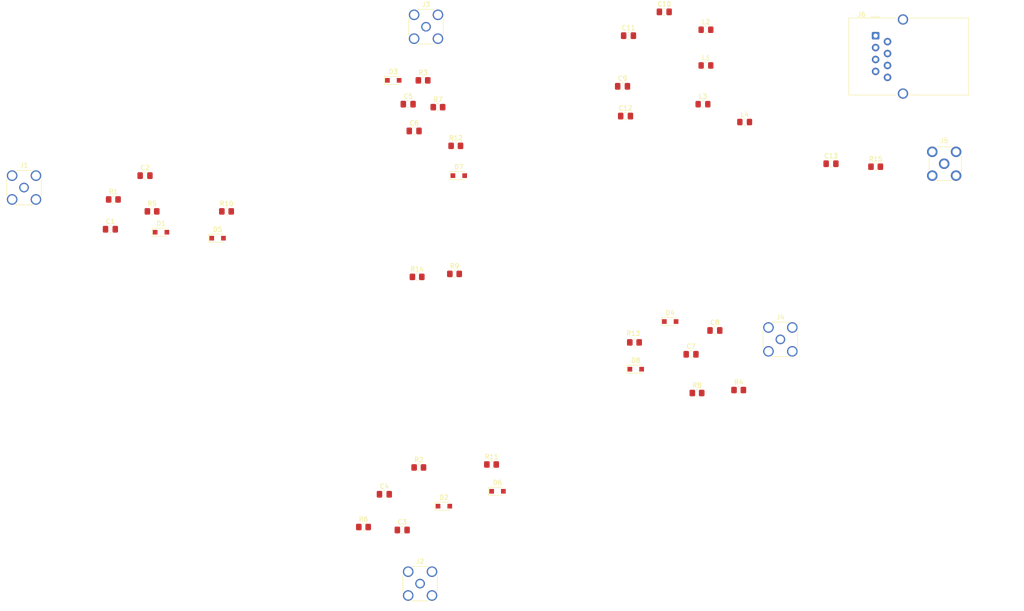
<source format=kicad_pcb>
(kicad_pcb (version 20211014) (generator pcbnew)
  (layers (0 "F.Cu" signal) (31 "B.Cu" signal) (34 "B.Paste" user) (35 "F.Paste" user) (36 "B.SilkS" user "B.Silkscreen") (37 "F.SilkS" user "F.Silkscreen") (38 "B.Mask" user) (39 "F.Mask" user) (44 "Edge.Cuts" user))
  (net 0 "")
  (net 1 "Net-(C1-Pad1)")
  (net 2 "Net-(C1-Pad2)")
  (net 3 "GND")
  (net 4 "Net-(C2-Pad2)")
  (net 5 "Net-(C3-Pad1)")
  (net 6 "Net-(C3-Pad2)")
  (net 7 "Net-(C5-Pad1)")
  (net 8 "Net-(C5-Pad2)")
  (net 9 "Net-(C7-Pad1)")
  (net 10 "Net-(C7-Pad2)")
  (net 11 "/NORTH")
  (net 12 "/SOUTH")
  (net 13 "/EAST")
  (net 14 "/WEST")
  (net 15 "Net-(C13-Pad1)")
  (net 16 "Net-(C13-Pad2)")
  (net 17 "Net-(D1-Pad2)")
  (net 18 "Net-(D2-Pad2)")
  (net 19 "Net-(D3-Pad2)")
  (net 20 "Net-(D4-Pad2)")
  (net 21 "Net-(L1-Pad1)")
  (net 22 "Net-(L2-Pad1)")
  (net 23 "Net-(L3-Pad1)")
  (net 24 "Net-(L4-Pad1)")
  (footprint "Resistor_SMD:R_0805_2012Metric_Pad1.20x1.40mm_HandSolder" (layer "F.Cu") (at 55.245 74.93)
    (fp_text reference "R5" (at 0 -1.65) (layer "F.SilkS"))
    (fp_text value "R")
    (fp_line (start -0.227064 0.735) (end 0.227064 0.735) (layer "F.SilkS") (width 0.12))
    (fp_line (start -0.227064 -0.735) (end 0.227064 -0.735) (layer "F.SilkS") (width 0.12))
    (pad "1" smd roundrect (at -1 0) (size 1.2 1.4) (layers "F.Cu" "F.Paste" "F.Mask") (roundrect_rratio 0.208333) (net 1 "Net-(C1-Pad1)"))
    (pad "2" smd roundrect (at 1 0) (size 1.2 1.4) (layers "F.Cu" "F.Paste" "F.Mask") (roundrect_rratio 0.208333) (net 4 "Net-(C2-Pad2)"))
  )
  (footprint "Connector_Coaxial:SMA_Wurth_60312002114503_Vertical" (layer "F.Cu") (at 189.23 102.235)
    (fp_text reference "J4" (at 0 -4.75) (layer "F.SilkS"))
    (fp_text value "Conn_Coaxial")
    (fp_line (start -1.8 -3.68) (end 1.8 -3.68) (layer "F.SilkS") (width 0.12))
    (fp_line (start -3.68 -1.8) (end -3.68 1.8) (layer "F.SilkS") (width 0.12))
    (fp_line (start -1.8 3.68) (end 1.8 3.68) (layer "F.SilkS") (width 0.12))
    (fp_line (start 3.68 -1.8) (end 3.68 1.8) (layer "F.SilkS") (width 0.12))
    (pad "1" thru_hole circle (at 0 0) (size 2.05 2.05) (drill 1.5) (layers *.Cu *.Mask) (net 10 "Net-(C7-Pad2)"))
    (pad "2" thru_hole circle (at -2.54 2.54) (size 2.25 2.25) (drill 1.7) (layers *.Cu *.Mask) (net 3 "GND"))
    (pad "2" thru_hole circle (at 2.54 -2.54) (size 2.25 2.25) (drill 1.7) (layers *.Cu *.Mask) (net 3 "GND"))
    (pad "2" thru_hole circle (at 2.54 2.54) (size 2.25 2.25) (drill 1.7) (layers *.Cu *.Mask) (net 3 "GND"))
    (pad "2" thru_hole circle (at -2.54 -2.54) (size 2.25 2.25) (drill 1.7) (layers *.Cu *.Mask) (net 3 "GND"))
  )
  (footprint "Resistor_SMD:R_0805_2012Metric_Pad1.20x1.40mm_HandSolder" (layer "F.Cu") (at 120.015 60.96)
    (fp_text reference "R12" (at 0 -1.65) (layer "F.SilkS"))
    (fp_text value "R")
    (fp_line (start -0.227064 -0.735) (end 0.227064 -0.735) (layer "F.SilkS") (width 0.12))
    (fp_line (start -0.227064 0.735) (end 0.227064 0.735) (layer "F.SilkS") (width 0.12))
    (pad "1" smd roundrect (at -1 0) (size 1.2 1.4) (layers "F.Cu" "F.Paste" "F.Mask") (roundrect_rratio 0.208333) (net 23 "Net-(L3-Pad1)"))
    (pad "2" smd roundrect (at 1 0) (size 1.2 1.4) (layers "F.Cu" "F.Paste" "F.Mask") (roundrect_rratio 0.208333) (net 19 "Net-(D3-Pad2)"))
  )
  (footprint "Diode_SMD:D_SOD-323_HandSoldering" (layer "F.Cu") (at 106.68 46.99)
    (fp_text reference "D3" (at 0 -1.85) (layer "F.SilkS"))
    (fp_text value "D")
    (fp_line (start -1.9 -0.85) (end 1.25 -0.85) (layer "F.SilkS") (width 0.12))
    (fp_line (start -1.9 0.85) (end 1.25 0.85) (layer "F.SilkS") (width 0.12))
    (fp_line (start -1.9 -0.85) (end -1.9 0.85) (layer "F.SilkS") (width 0.12))
    (pad "1" smd rect (at -1.25 0) (size 1 1) (layers "F.Cu" "F.Paste" "F.Mask") (net 7 "Net-(C5-Pad1)"))
    (pad "2" smd rect (at 1.25 0) (size 1 1) (layers "F.Cu" "F.Paste" "F.Mask") (net 19 "Net-(D3-Pad2)"))
  )
  (footprint "Connector_RJ:RJ45_Wuerth_7499010001A_Horizontal" (layer "F.Cu") (at 209.535 37.465)
    (fp_text reference "J6" (at -3 -4.5) (layer "F.SilkS"))
    (fp_text value "RJ45_Shielded")
    (fp_line (start -5.72 -3.765) (end -5.72 12.655) (layer "F.SilkS") (width 0.12))
    (fp_line (start -5.72 12.655) (end 4.47 12.655) (layer "F.SilkS") (width 0.12))
    (fp_line (start 4.47 -3.765) (end -5.72 -3.765) (layer "F.SilkS") (width 0.12))
    (fp_line (start 7.21 12.655) (end 19.8 12.655) (layer "F.SilkS") (width 0.12))
    (fp_line (start -1 -4) (end 1 -4) (layer "F.SilkS") (width 0.12))
    (fp_line (start 19.8 -3.765) (end 7.21 -3.765) (layer "F.SilkS") (width 0.12))
    (fp_line (start 19.8 12.655) (end 19.8 -3.765) (layer "F.SilkS") (width 0.12))
    (pad "" np_thru_hole circle (at 8.89 10.16 90) (size 3.25 3.25) (drill 3.25) (layers *.Cu *.Mask))
    (pad "" np_thru_hole circle (at 8.89 -1.27 90) (size 3.25 3.25) (drill 3.25) (layers *.Cu *.Mask))
    (pad "1" thru_hole roundrect (at 0 0 90) (size 1.6 1.6) (drill 0.9) (layers *.Cu *.Mask) (roundrect_rratio 0.155) (net 3 "GND"))
    (pad "2" thru_hole circle (at 2.54 1.27 90) (size 1.6 1.6) (drill 0.9) (layers *.Cu *.Mask) (net 14 "/WEST"))
    (pad "3" thru_hole circle (at 0 2.54 90) (size 1.6 1.6) (drill 0.9) (layers *.Cu *.Mask) (net 3 "GND"))
    (pad "4" thru_hole circle (at 2.54 3.81 90) (size 1.6 1.6) (drill 0.9) (layers *.Cu *.Mask) (net 13 "/EAST"))
    (pad "5" thru_hole circle (at 0 5.08 90) (size 1.6 1.6) (drill 0.9) (layers *.Cu *.Mask) (net 3 "GND"))
    (pad "6" thru_hole circle (at 2.54 6.35 90) (size 1.6 1.6) (drill 0.9) (layers *.Cu *.Mask) (net 12 "/SOUTH"))
    (pad "7" thru_hole circle (at 0 7.62 90) (size 1.6 1.6) (drill 0.9) (layers *.Cu *.Mask) (net 3 "GND"))
    (pad "8" thru_hole circle (at 2.54 8.89 90) (size 1.6 1.6) (drill 0.9) (layers *.Cu *.Mask) (net 11 "/NORTH"))
    (pad "SH" thru_hole circle (at 5.84 12.345 90) (size 2.2 2.2) (drill 1.6) (layers *.Cu *.Mask) (net 3 "GND"))
    (pad "SH" thru_hole circle (at 5.84 -3.455 90) (size 2.2 2.2) (drill 1.6) (layers *.Cu *.Mask) (net 3 "GND"))
  )
  (footprint "Inductor_SMD:L_0805_2012Metric_Pad1.15x1.40mm_HandSolder" (layer "F.Cu") (at 173.355 36.195)
    (fp_text reference "L2" (at 0 -1.65) (layer "F.SilkS"))
    (fp_text value "L")
    (fp_line (start -0.261252 -0.71) (end 0.261252 -0.71) (layer "F.SilkS") (width 0.12))
    (fp_line (start -0.261252 0.71) (end 0.261252 0.71) (layer "F.SilkS") (width 0.12))
    (pad "1" smd roundrect (at -1.025 0) (size 1.15 1.4) (layers "F.Cu" "F.Paste" "F.Mask") (roundrect_rratio 0.217391) (net 22 "Net-(L2-Pad1)"))
    (pad "2" smd roundrect (at 1.025 0) (size 1.15 1.4) (layers "F.Cu" "F.Paste" "F.Mask") (roundrect_rratio 0.217391) (net 12 "/SOUTH"))
  )
  (footprint "Capacitor_SMD:C_0805_2012Metric_Pad1.18x1.45mm_HandSolder" (layer "F.Cu") (at 109.855 52.07)
    (fp_text reference "C5" (at 0 -1.68) (layer "F.SilkS"))
    (fp_text value "C")
    (fp_line (start -0.261252 0.735) (end 0.261252 0.735) (layer "F.SilkS") (width 0.12))
    (fp_line (start -0.261252 -0.735) (end 0.261252 -0.735) (layer "F.SilkS") (width 0.12))
    (pad "1" smd roundrect (at -1.0375 0) (size 1.175 1.45) (layers "F.Cu" "F.Paste" "F.Mask") (roundrect_rratio 0.212766) (net 7 "Net-(C5-Pad1)"))
    (pad "2" smd roundrect (at 1.0375 0) (size 1.175 1.45) (layers "F.Cu" "F.Paste" "F.Mask") (roundrect_rratio 0.212766) (net 8 "Net-(C5-Pad2)"))
  )
  (footprint "Diode_SMD:D_SOD-323_HandSoldering" (layer "F.Cu") (at 57.15 79.375)
    (fp_text reference "D1" (at 0 -1.85) (layer "F.SilkS"))
    (fp_text value "D")
    (fp_line (start -1.9 0.85) (end 1.25 0.85) (layer "F.SilkS") (width 0.12))
    (fp_line (start -1.9 -0.85) (end -1.9 0.85) (layer "F.SilkS") (width 0.12))
    (fp_line (start -1.9 -0.85) (end 1.25 -0.85) (layer "F.SilkS") (width 0.12))
    (pad "1" smd rect (at -1.25 0) (size 1 1) (layers "F.Cu" "F.Paste" "F.Mask") (net 1 "Net-(C1-Pad1)"))
    (pad "2" smd rect (at 1.25 0) (size 1 1) (layers "F.Cu" "F.Paste" "F.Mask") (net 17 "Net-(D1-Pad2)"))
  )
  (footprint "Resistor_SMD:R_0805_2012Metric_Pad1.20x1.40mm_HandSolder" (layer "F.Cu") (at 209.55 65.405)
    (fp_text reference "R15" (at 0 -1.65) (layer "F.SilkS"))
    (fp_text value "R")
    (fp_line (start -0.227064 0.735) (end 0.227064 0.735) (layer "F.SilkS") (width 0.12))
    (fp_line (start -0.227064 -0.735) (end 0.227064 -0.735) (layer "F.SilkS") (width 0.12))
    (pad "1" smd roundrect (at -1 0) (size 1.2 1.4) (layers "F.Cu" "F.Paste" "F.Mask") (roundrect_rratio 0.208333) (net 16 "Net-(C13-Pad2)"))
    (pad "2" smd roundrect (at 1 0) (size 1.2 1.4) (layers "F.Cu" "F.Paste" "F.Mask") (roundrect_rratio 0.208333) (net 3 "GND"))
  )
  (footprint "Capacitor_SMD:C_0805_2012Metric_Pad1.18x1.45mm_HandSolder" (layer "F.Cu") (at 108.585 142.875)
    (fp_text reference "C3" (at 0 -1.68) (layer "F.SilkS"))
    (fp_text value "C")
    (fp_line (start -0.261252 0.735) (end 0.261252 0.735) (layer "F.SilkS") (width 0.12))
    (fp_line (start -0.261252 -0.735) (end 0.261252 -0.735) (layer "F.SilkS") (width 0.12))
    (pad "1" smd roundrect (at -1.0375 0) (size 1.175 1.45) (layers "F.Cu" "F.Paste" "F.Mask") (roundrect_rratio 0.212766) (net 5 "Net-(C3-Pad1)"))
    (pad "2" smd roundrect (at 1.0375 0) (size 1.175 1.45) (layers "F.Cu" "F.Paste" "F.Mask") (roundrect_rratio 0.212766) (net 6 "Net-(C3-Pad2)"))
  )
  (footprint "Diode_SMD:D_SOD-323_HandSoldering" (layer "F.Cu") (at 128.905 134.62)
    (fp_text reference "D6" (at 0 -1.85) (layer "F.SilkS"))
    (fp_text value "D")
    (fp_line (start -1.9 -0.85) (end -1.9 0.85) (layer "F.SilkS") (width 0.12))
    (fp_line (start -1.9 -0.85) (end 1.25 -0.85) (layer "F.SilkS") (width 0.12))
    (fp_line (start -1.9 0.85) (end 1.25 0.85) (layer "F.SilkS") (width 0.12))
    (pad "1" smd rect (at -1.25 0) (size 1 1) (layers "F.Cu" "F.Paste" "F.Mask") (net 15 "Net-(C13-Pad1)"))
    (pad "2" smd rect (at 1.25 0) (size 1 1) (layers "F.Cu" "F.Paste" "F.Mask") (net 18 "Net-(D2-Pad2)"))
  )
  (footprint "Resistor_SMD:R_0805_2012Metric_Pad1.20x1.40mm_HandSolder" (layer "F.Cu") (at 100.33 142.24)
    (fp_text reference "R6" (at 0 -1.65) (layer "F.SilkS"))
    (fp_text value "R")
    (fp_line (start -0.227064 -0.735) (end 0.227064 -0.735) (layer "F.SilkS") (width 0.12))
    (fp_line (start -0.227064 0.735) (end 0.227064 0.735) (layer "F.SilkS") (width 0.12))
    (pad "1" smd roundrect (at -1 0) (size 1.2 1.4) (layers "F.Cu" "F.Paste" "F.Mask") (roundrect_rratio 0.208333) (net 5 "Net-(C3-Pad1)"))
    (pad "2" smd roundrect (at 1 0) (size 1.2 1.4) (layers "F.Cu" "F.Paste" "F.Mask") (roundrect_rratio 0.208333) (net 4 "Net-(C2-Pad2)"))
  )
  (footprint "Resistor_SMD:R_0805_2012Metric_Pad1.20x1.40mm_HandSolder" (layer "F.Cu") (at 71.12 74.93)
    (fp_text reference "R10" (at 0 -1.65) (layer "F.SilkS"))
    (fp_text value "R")
    (fp_line (start -0.227064 -0.735) (end 0.227064 -0.735) (layer "F.SilkS") (width 0.12))
    (fp_line (start -0.227064 0.735) (end 0.227064 0.735) (layer "F.SilkS") (width 0.12))
    (pad "1" smd roundrect (at -1 0) (size 1.2 1.4) (layers "F.Cu" "F.Paste" "F.Mask") (roundrect_rratio 0.208333) (net 21 "Net-(L1-Pad1)"))
    (pad "2" smd roundrect (at 1 0) (size 1.2 1.4) (layers "F.Cu" "F.Paste" "F.Mask") (roundrect_rratio 0.208333) (net 17 "Net-(D1-Pad2)"))
  )
  (footprint "Capacitor_SMD:C_0805_2012Metric_Pad1.18x1.45mm_HandSolder" (layer "F.Cu") (at 156.845 37.465)
    (fp_text reference "C11" (at 0 -1.68) (layer "F.SilkS"))
    (fp_text value "C")
    (fp_line (start -0.261252 -0.735) (end 0.261252 -0.735) (layer "F.SilkS") (width 0.12))
    (fp_line (start -0.261252 0.735) (end 0.261252 0.735) (layer "F.SilkS") (width 0.12))
    (pad "1" smd roundrect (at -1.0375 0) (size 1.175 1.45) (layers "F.Cu" "F.Paste" "F.Mask") (roundrect_rratio 0.212766) (net 13 "/EAST"))
    (pad "2" smd roundrect (at 1.0375 0) (size 1.175 1.45) (layers "F.Cu" "F.Paste" "F.Mask") (roundrect_rratio 0.212766) (net 3 "GND"))
  )
  (footprint "Diode_SMD:D_SOD-323_HandSoldering" (layer "F.Cu") (at 69.215 80.645)
    (fp_text reference "D5" (at 0 -1.85) (layer "F.SilkS"))
    (fp_text value "D")
    (fp_line (start -1.9 -0.85) (end 1.25 -0.85) (layer "F.SilkS") (width 0.12))
    (fp_line (start -1.9 0.85) (end 1.25 0.85) (layer "F.SilkS") (width 0.12))
    (fp_line (start -1.9 -0.85) (end -1.9 0.85) (layer "F.SilkS") (width 0.12))
    (pad "1" smd rect (at -1.25 0) (size 1 1) (layers "F.Cu" "F.Paste" "F.Mask") (net 15 "Net-(C13-Pad1)"))
    (pad "2" smd rect (at 1.25 0) (size 1 1) (layers "F.Cu" "F.Paste" "F.Mask") (net 17 "Net-(D1-Pad2)"))
  )
  (footprint "Capacitor_SMD:C_0805_2012Metric_Pad1.18x1.45mm_HandSolder" (layer "F.Cu") (at 46.355 78.74)
    (fp_text reference "C1" (at 0 -1.68) (layer "F.SilkS"))
    (fp_text value "C")
    (fp_line (start -0.261252 0.735) (end 0.261252 0.735) (layer "F.SilkS") (width 0.12))
    (fp_line (start -0.261252 -0.735) (end 0.261252 -0.735) (layer "F.SilkS") (width 0.12))
    (pad "1" smd roundrect (at -1.0375 0) (size 1.175 1.45) (layers "F.Cu" "F.Paste" "F.Mask") (roundrect_rratio 0.212766) (net 1 "Net-(C1-Pad1)"))
    (pad "2" smd roundrect (at 1.0375 0) (size 1.175 1.45) (layers "F.Cu" "F.Paste" "F.Mask") (roundrect_rratio 0.212766) (net 2 "Net-(C1-Pad2)"))
  )
  (footprint "Resistor_SMD:R_0805_2012Metric_Pad1.20x1.40mm_HandSolder" (layer "F.Cu") (at 113.03 46.99)
    (fp_text reference "R3" (at 0 -1.65) (layer "F.SilkS"))
    (fp_text value "R")
    (fp_line (start -0.227064 0.735) (end 0.227064 0.735) (layer "F.SilkS") (width 0.12))
    (fp_line (start -0.227064 -0.735) (end 0.227064 -0.735) (layer "F.SilkS") (width 0.12))
    (pad "1" smd roundrect (at -1 0) (size 1.2 1.4) (layers "F.Cu" "F.Paste" "F.Mask") (roundrect_rratio 0.208333) (net 8 "Net-(C5-Pad2)"))
    (pad "2" smd roundrect (at 1 0) (size 1.2 1.4) (layers "F.Cu" "F.Paste" "F.Mask") (roundrect_rratio 0.208333) (net 3 "GND"))
  )
  (footprint "Resistor_SMD:R_0805_2012Metric_Pad1.20x1.40mm_HandSolder" (layer "F.Cu") (at 158.115 102.87)
    (fp_text reference "R13" (at -0.27 -1.905) (layer "F.SilkS"))
    (fp_text value "R")
    (fp_line (start -0.227064 -0.735) (end 0.227064 -0.735) (layer "F.SilkS") (width 0.12))
    (fp_line (start -0.227064 0.735) (end 0.227064 0.735) (layer "F.SilkS") (width 0.12))
    (pad "1" smd roundrect (at -1 0) (size 1.2 1.4) (layers "F.Cu" "F.Paste" "F.Mask") (roundrect_rratio 0.208333) (net 24 "Net-(L4-Pad1)"))
    (pad "2" smd roundrect (at 1 0) (size 1.2 1.4) (layers "F.Cu" "F.Paste" "F.Mask") (roundrect_rratio 0.208333) (net 20 "Net-(D4-Pad2)"))
  )
  (footprint "Resistor_SMD:R_0805_2012Metric_Pad1.20x1.40mm_HandSolder" (layer "F.Cu") (at 111.76 88.9)
    (fp_text reference "R14" (at 0 -1.65) (layer "F.SilkS"))
    (fp_text value "R")
    (fp_line (start -0.227064 -0.735) (end 0.227064 -0.735) (layer "F.SilkS") (width 0.12))
    (fp_line (start -0.227064 0.735) (end 0.227064 0.735) (layer "F.SilkS") (width 0.12))
    (pad "1" smd roundrect (at -1 0) (size 1.2 1.4) (layers "F.Cu" "F.Paste" "F.Mask") (roundrect_rratio 0.208333) (net 15 "Net-(C13-Pad1)"))
    (pad "2" smd roundrect (at 1 0) (size 1.2 1.4) (layers "F.Cu" "F.Paste" "F.Mask") (roundrect_rratio 0.208333) (net 3 "GND"))
  )
  (footprint "Resistor_SMD:R_0805_2012Metric_Pad1.20x1.40mm_HandSolder" (layer "F.Cu") (at 180.34 113.03)
    (fp_text reference "R4" (at 0 -1.65) (layer "F.SilkS"))
    (fp_text value "R")
    (fp_line (start -0.227064 -0.735) (end 0.227064 -0.735) (layer "F.SilkS") (width 0.12))
    (fp_line (start -0.227064 0.735) (end 0.227064 0.735) (layer "F.SilkS") (width 0.12))
    (pad "1" smd roundrect (at -1 0) (size 1.2 1.4) (layers "F.Cu" "F.Paste" "F.Mask") (roundrect_rratio 0.208333) (net 10 "Net-(C7-Pad2)"))
    (pad "2" smd roundrect (at 1 0) (size 1.2 1.4) (layers "F.Cu" "F.Paste" "F.Mask") (roundrect_rratio 0.208333) (net 3 "GND"))
  )
  (footprint "Capacitor_SMD:C_0805_2012Metric_Pad1.18x1.45mm_HandSolder" (layer "F.Cu") (at 200.025 64.77)
    (fp_text reference "C13" (at 0 -1.68) (layer "F.SilkS"))
    (fp_text value "C")
    (fp_line (start -0.261252 -0.735) (end 0.261252 -0.735) (layer "F.SilkS") (width 0.12))
    (fp_line (start -0.261252 0.735) (end 0.261252 0.735) (layer "F.SilkS") (width 0.12))
    (pad "1" smd roundrect (at -1.0375 0) (size 1.175 1.45) (layers "F.Cu" "F.Paste" "F.Mask") (roundrect_rratio 0.212766) (net 15 "Net-(C13-Pad1)"))
    (pad "2" smd roundrect (at 1.0375 0) (size 1.175 1.45) (layers "F.Cu" "F.Paste" "F.Mask") (roundrect_rratio 0.212766) (net 16 "Net-(C13-Pad2)"))
  )
  (footprint "Capacitor_SMD:C_0805_2012Metric_Pad1.18x1.45mm_HandSolder" (layer "F.Cu") (at 170.18 105.41)
    (fp_text reference "C7" (at 0 -1.68) (layer "F.SilkS"))
    (fp_text value "C")
    (fp_line (start -0.261252 -0.735) (end 0.261252 -0.735) (layer "F.SilkS") (width 0.12))
    (fp_line (start -0.261252 0.735) (end 0.261252 0.735) (layer "F.SilkS") (width 0.12))
    (pad "1" smd roundrect (at -1.0375 0) (size 1.175 1.45) (layers "F.Cu" "F.Paste" "F.Mask") (roundrect_rratio 0.212766) (net 9 "Net-(C7-Pad1)"))
    (pad "2" smd roundrect (at 1.0375 0) (size 1.175 1.45) (layers "F.Cu" "F.Paste" "F.Mask") (roundrect_rratio 0.212766) (net 10 "Net-(C7-Pad2)"))
  )
  (footprint "Resistor_SMD:R_0805_2012Metric_Pad1.20x1.40mm_HandSolder" (layer "F.Cu") (at 46.99 72.39)
    (fp_text reference "R1" (at 0 -1.65) (layer "F.SilkS"))
    (fp_text value "R")
    (fp_line (start -0.227064 0.735) (end 0.227064 0.735) (layer "F.SilkS") (width 0.12))
    (fp_line (start -0.227064 -0.735) (end 0.227064 -0.735) (layer "F.SilkS") (width 0.12))
    (pad "1" smd roundrect (at -1 0) (size 1.2 1.4) (layers "F.Cu" "F.Paste" "F.Mask") (roundrect_rratio 0.208333) (net 2 "Net-(C1-Pad2)"))
    (pad "2" smd roundrect (at 1 0) (size 1.2 1.4) (layers "F.Cu" "F.Paste" "F.Mask") (roundrect_rratio 0.208333) (net 3 "GND"))
  )
  (footprint "Inductor_SMD:L_0805_2012Metric_Pad1.15x1.40mm_HandSolder" (layer "F.Cu") (at 172.72 52.07)
    (fp_text reference "L3" (at 0 -1.65) (layer "F.SilkS"))
    (fp_text value "L")
    (fp_line (start -0.261252 -0.71) (end 0.261252 -0.71) (layer "F.SilkS") (width 0.12))
    (fp_line (start -0.261252 0.71) (end 0.261252 0.71) (layer "F.SilkS") (width 0.12))
    (pad "1" smd roundrect (at -1.025 0) (size 1.15 1.4) (layers "F.Cu" "F.Paste" "F.Mask") (roundrect_rratio 0.217391) (net 23 "Net-(L3-Pad1)"))
    (pad "2" smd roundrect (at 1.025 0) (size 1.15 1.4) (layers "F.Cu" "F.Paste" "F.Mask") (roundrect_rratio 0.217391) (net 13 "/EAST"))
  )
  (footprint "Connector_Coaxial:SMA_Wurth_60312002114503_Vertical" (layer "F.Cu") (at 112.395 154.305)
    (fp_text reference "J2" (at 0 -4.75) (layer "F.SilkS"))
    (fp_text value "Conn_Coaxial")
    (fp_line (start -3.68 -1.8) (end -3.68 1.8) (layer "F.SilkS") (width 0.12))
    (fp_line (start 3.68 -1.8) (end 3.68 1.8) (layer "F.SilkS") (width 0.12))
    (fp_line (start -1.8 3.68) (end 1.8 3.68) (layer "F.SilkS") (width 0.12))
    (fp_line (start -1.8 -3.68) (end 1.8 -3.68) (layer "F.SilkS") (width 0.12))
    (pad "1" thru_hole circle (at 0 0) (size 2.05 2.05) (drill 1.5) (layers *.Cu *.Mask) (net 6 "Net-(C3-Pad2)"))
    (pad "2" thru_hole circle (at 2.54 -2.54) (size 2.25 2.25) (drill 1.7) (layers *.Cu *.Mask) (net 3 "GND"))
    (pad "2" thru_hole circle (at -2.54 2.54) (size 2.25 2.25) (drill 1.7) (layers *.Cu *.Mask) (net 3 "GND"))
    (pad "2" thru_hole circle (at -2.54 -2.54) (size 2.25 2.25) (drill 1.7) (layers *.Cu *.Mask) (net 3 "GND"))
    (pad "2" thru_hole circle (at 2.54 2.54) (size 2.25 2.25) (drill 1.7) (layers *.Cu *.Mask) (net 3 "GND"))
  )
  (footprint "Capacitor_SMD:C_0805_2012Metric_Pad1.18x1.45mm_HandSolder" (layer "F.Cu") (at 156.21 54.61)
    (fp_text reference "C12" (at 0 -1.68) (layer "F.SilkS"))
    (fp_text value "C")
    (fp_line (start -0.261252 -0.735) (end 0.261252 -0.735) (layer "F.SilkS") (width 0.12))
    (fp_line (start -0.261252 0.735) (end 0.261252 0.735) (layer "F.SilkS") (width 0.12))
    (pad "1" smd roundrect (at -1.0375 0) (size 1.175 1.45) (layers "F.Cu" "F.Paste" "F.Mask") (roundrect_rratio 0.212766) (net 14 "/WEST"))
    (pad "2" smd roundrect (at 1.0375 0) (size 1.175 1.45) (layers "F.Cu" "F.Paste" "F.Mask") (roundrect_rratio 0.212766) (net 3 "GND"))
  )
  (footprint "Inductor_SMD:L_0805_2012Metric_Pad1.15x1.40mm_HandSolder" (layer "F.Cu") (at 181.61 55.88)
    (fp_text reference "L4" (at 0 -1.65) (layer "F.SilkS"))
    (fp_text value "L")
    (fp_line (start -0.261252 -0.71) (end 0.261252 -0.71) (layer "F.SilkS") (width 0.12))
    (fp_line (start -0.261252 0.71) (end 0.261252 0.71) (layer "F.SilkS") (width 0.12))
    (pad "1" smd roundrect (at -1.025 0) (size 1.15 1.4) (layers "F.Cu" "F.Paste" "F.Mask") (roundrect_rratio 0.217391) (net 24 "Net-(L4-Pad1)"))
    (pad "2" smd roundrect (at 1.025 0) (size 1.15 1.4) (layers "F.Cu" "F.Paste" "F.Mask") (roundrect_rratio 0.217391) (net 14 "/WEST"))
  )
  (footprint "Capacitor_SMD:C_0805_2012Metric_Pad1.18x1.45mm_HandSolder" (layer "F.Cu") (at 104.775 135.255)
    (fp_text reference "C4" (at 0 -1.68) (layer "F.SilkS"))
    (fp_text value "C")
    (fp_line (start -0.261252 -0.735) (end 0.261252 -0.735) (layer "F.SilkS") (width 0.12))
    (fp_line (start -0.261252 0.735) (end 0.261252 0.735) (layer "F.SilkS") (width 0.12))
    (pad "1" smd roundrect (at -1.0375 0) (size 1.175 1.45) (layers "F.Cu" "F.Paste" "F.Mask") (roundrect_rratio 0.212766) (net 3 "GND"))
    (pad "2" smd roundrect (at 1.0375 0) (size 1.175 1.45) (layers "F.Cu" "F.Paste" "F.Mask") (roundrect_rratio 0.212766) (net 4 "Net-(C2-Pad2)"))
  )
  (footprint "Connector_Coaxial:SMA_Wurth_60312002114503_Vertical" (layer "F.Cu") (at 113.665 35.56)
    (fp_text reference "J3" (at 0 -4.75) (layer "F.SilkS"))
    (fp_text value "Conn_Coaxial")
    (fp_line (start 3.68 -1.8) (end 3.68 1.8) (layer "F.SilkS") (width 0.12))
    (fp_line (start -1.8 3.68) (end 1.8 3.68) (layer "F.SilkS") (width 0.12))
    (fp_line (start -1.8 -3.68) (end 1.8 -3.68) (layer "F.SilkS") (width 0.12))
    (fp_line (start -3.68 -1.8) (end -3.68 1.8) (layer "F.SilkS") (width 0.12))
    (pad "1" thru_hole circle (at 0 0) (size 2.05 2.05) (drill 1.5) (layers *.Cu *.Mask) (net 8 "Net-(C5-Pad2)"))
    (pad "2" thru_hole circle (at -2.54 -2.54) (size 2.25 2.25) (drill 1.7) (layers *.Cu *.Mask) (net 3 "GND"))
    (pad "2" thru_hole circle (at 2.54 -2.54) (size 2.25 2.25) (drill 1.7) (layers *.Cu *.Mask) (net 3 "GND"))
    (pad "2" thru_hole circle (at 2.54 2.54) (size 2.25 2.25) (drill 1.7) (layers *.Cu *.Mask) (net 3 "GND"))
    (pad "2" thru_hole circle (at -2.54 2.54) (size 2.25 2.25) (drill 1.7) (layers *.Cu *.Mask) (net 3 "GND"))
  )
  (footprint "Resistor_SMD:R_0805_2012Metric_Pad1.20x1.40mm_HandSolder" (layer "F.Cu") (at 112.125 129.54)
    (fp_text reference "R2" (at 0 -1.65) (layer "F.SilkS"))
    (fp_text value "R")
    (fp_line (start -0.227064 -0.735) (end 0.227064 -0.735) (layer "F.SilkS") (width 0.12))
    (fp_line (start -0.227064 0.735) (end 0.227064 0.735) (layer "F.SilkS") (width 0.12))
    (pad "1" smd roundrect (at -1 0) (size 1.2 1.4) (layers "F.Cu" "F.Paste" "F.Mask") (roundrect_rratio 0.208333) (net 6 "Net-(C3-Pad2)"))
    (pad "2" smd roundrect (at 1 0) (size 1.2 1.4) (layers "F.Cu" "F.Paste" "F.Mask") (roundrect_rratio 0.208333) (net 3 "GND"))
  )
  (footprint "Diode_SMD:D_SOD-323_HandSoldering" (layer "F.Cu") (at 117.475 137.795)
    (fp_text reference "D2" (at 0 -1.85) (layer "F.SilkS"))
    (fp_text value "D")
    (fp_line (start -1.9 0.85) (end 1.25 0.85) (layer "F.SilkS") (width 0.12))
    (fp_line (start -1.9 -0.85) (end 1.25 -0.85) (layer "F.SilkS") (width 0.12))
    (fp_line (start -1.9 -0.85) (end -1.9 0.85) (layer "F.SilkS") (width 0.12))
    (pad "1" smd rect (at -1.25 0) (size 1 1) (layers "F.Cu" "F.Paste" "F.Mask") (net 5 "Net-(C3-Pad1)"))
    (pad "2" smd rect (at 1.25 0) (size 1 1) (layers "F.Cu" "F.Paste" "F.Mask") (net 18 "Net-(D2-Pad2)"))
  )
  (footprint "Diode_SMD:D_SOD-323_HandSoldering" (layer "F.Cu") (at 165.735 98.425)
    (fp_text reference "D4" (at 0 -1.85) (layer "F.SilkS"))
    (fp_text value "D")
    (fp_line (start -1.9 -0.85) (end 1.25 -0.85) (layer "F.SilkS") (width 0.12))
    (fp_line (start -1.9 -0.85) (end -1.9 0.85) (layer "F.SilkS") (width 0.12))
    (fp_line (start -1.9 0.85) (end 1.25 0.85) (layer "F.SilkS") (width 0.12))
    (pad "1" smd rect (at -1.25 0) (size 1 1) (layers "F.Cu" "F.Paste" "F.Mask") (net 9 "Net-(C7-Pad1)"))
    (pad "2" smd rect (at 1.25 0) (size 1 1) (layers "F.Cu" "F.Paste" "F.Mask") (net 20 "Net-(D4-Pad2)"))
  )
  (footprint "Capacitor_SMD:C_0805_2012Metric_Pad1.18x1.45mm_HandSolder" (layer "F.Cu") (at 164.465 32.385)
    (fp_text reference "C10" (at 0 -1.68) (layer "F.SilkS"))
    (fp_text value "C")
    (fp_line (start -0.261252 -0.735) (end 0.261252 -0.735) (layer "F.SilkS") (width 0.12))
    (fp_line (start -0.261252 0.735) (end 0.261252 0.735) (layer "F.SilkS") (width 0.12))
    (pad "1" smd roundrect (at -1.0375 0) (size 1.175 1.45) (layers "F.Cu" "F.Paste" "F.Mask") (roundrect_rratio 0.212766) (net 12 "/SOUTH"))
    (pad "2" smd roundrect (at 1.0375 0) (size 1.175 1.45) (layers "F.Cu" "F.Paste" "F.Mask") (roundrect_rratio 0.212766) (net 3 "GND"))
  )
  (footprint "Capacitor_SMD:C_0805_2012Metric_Pad1.18x1.45mm_HandSolder" (layer "F.Cu") (at 53.7425 67.31)
    (fp_text reference "C2" (at 0 -1.68) (layer "F.SilkS"))
    (fp_text value "C")
    (fp_line (start -0.261252 0.735) (end 0.261252 0.735) (layer "F.SilkS") (width 0.12))
    (fp_line (start -0.261252 -0.735) (end 0.261252 -0.735) (layer "F.SilkS") (width 0.12))
    (pad "1" smd roundrect (at -1.0375 0) (size 1.175 1.45) (layers "F.Cu" "F.Paste" "F.Mask") (roundrect_rratio 0.212766) (net 3 "GND"))
    (pad "2" smd roundrect (at 1.0375 0) (size 1.175 1.45) (layers "F.Cu" "F.Paste" "F.Mask") (roundrect_rratio 0.212766) (net 4 "Net-(C2-Pad2)"))
  )
  (footprint "Diode_SMD:D_SOD-323_HandSoldering" (layer "F.Cu") (at 120.65 67.31)
    (fp_text reference "D7" (at 0 -1.85) (layer "F.SilkS"))
    (fp_text value "D")
    (fp_line (start -1.9 -0.85) (end -1.9 0.85) (layer "F.SilkS") (width 0.12))
    (fp_line (start -1.9 0.85) (end 1.25 0.85) (layer "F.SilkS") (width 0.12))
    (fp_line (start -1.9 -0.85) (end 1.25 -0.85) (layer "F.SilkS") (width 0.12))
    (pad "1" smd rect (at -1.25 0) (size 1 1) (layers "F.Cu" "F.Paste" "F.Mask") (net 15 "Net-(C13-Pad1)"))
    (pad "2" smd rect (at 1.25 0) (size 1 1) (layers "F.Cu" "F.Paste" "F.Mask") (net 19 "Net-(D3-Pad2)"))
  )
  (footprint "Connector_Coaxial:SMA_Molex_73251-2200_Horizontal" (layer "F.Cu") (at 224.155 64.77 -90)
    (fp_text reference "J5" (at -4.9 0) (layer "F.SilkS"))
    (fp_text value "Conn_Coaxial")
    (fp_line (start -3.6 -1.6) (end -3.6 1.6) (layer "F.SilkS") (width 0.12))
    (fp_line (start 3.6 -1.6) (end 3.6 1.6) (layer "F.SilkS") (width 0.12))
    (fp_line (start -1.8 -3.68) (end 1.8 -3.68) (layer "F.SilkS") (width 0.12))
    (fp_line (start -1.3 3.2) (end 1.3 3.2) (layer "F.SilkS") (width 0.12))
    (pad "1" thru_hole circle (at 0 0 270) (size 2.25 2.25) (drill 1.5) (layers *.Cu *.Mask) (net 16 "Net-(C13-Pad2)"))
    (pad "2" thru_hole circle (at -2.54 -2.54 270) (size 2.25 2.25) (drill 1.5) (layers *.Cu *.Mask) (net 3 "GND"))
    (pad "2" thru_hole circle (at 2.54 2.54) (size 2.25 2.25) (drill 1.5) (layers *.Cu *.Mask) (net 3 "GND"))
    (pad "2" thru_hole circle (at -2.54 2.54 270) (size 2.25 2.25) (drill 1.5) (layers *.Cu *.Mask) (net 3 "GND"))
    (pad "2" thru_hole circle (at 2.54 -2.54 270) (size 2.25 2.25) (drill 1.5) (layers *.Cu *.Mask) (net 3 "GND"))
  )
  (footprint "Capacitor_SMD:C_0805_2012Metric_Pad1.18x1.45mm_HandSolder" (layer "F.Cu") (at 155.575 48.26)
    (fp_text reference "C9" (at 0 -1.68) (layer "F.SilkS"))
    (fp_text value "C")
    (fp_line (start -0.261252 0.735) (end 0.261252 0.735) (layer "F.SilkS") (width 0.12))
    (fp_line (start -0.261252 -0.735) (end 0.261252 -0.735) (layer "F.SilkS") (width 0.12))
    (pad "1" smd roundrect (at -1.0375 0) (size 1.175 1.45) (layers "F.Cu" "F.Paste" "F.Mask") (roundrect_rratio 0.212766) (net 11 "/NORTH"))
    (pad "2" smd roundrect (at 1.0375 0) (size 1.175 1.45) (layers "F.Cu" "F.Paste" "F.Mask") (roundrect_rratio 0.212766) (net 3 "GND"))
  )
  (footprint "Diode_SMD:D_SOD-323_HandSoldering" (layer "F.Cu") (at 158.385 108.585)
    (fp_text reference "D8" (at 0 -1.85) (layer "F.SilkS"))
    (fp_text value "D")
    (fp_line (start -1.9 -0.85) (end 1.25 -0.85) (layer "F.SilkS") (width 0.12))
    (fp_line (start -1.9 0.85) (end 1.25 0.85) (layer "F.SilkS") (width 0.12))
    (fp_line (start -1.9 -0.85) (end -1.9 0.85) (layer "F.SilkS") (width 0.12))
    (pad "1" smd rect (at -1.25 0) (size 1 1) (layers "F.Cu" "F.Paste" "F.Mask") (net 15 "Net-(C13-Pad1)"))
    (pad "2" smd rect (at 1.25 0) (size 1 1) (layers "F.Cu" "F.Paste" "F.Mask") (net 20 "Net-(D4-Pad2)"))
  )
  (footprint "Resistor_SMD:R_0805_2012Metric_Pad1.20x1.40mm_HandSolder" (layer "F.Cu") (at 116.205 52.705)
    (fp_text reference "R7" (at 0 -1.65) (layer "F.SilkS"))
    (fp_text value "R")
    (fp_line (start -0.227064 -0.735) (end 0.227064 -0.735) (layer "F.SilkS") (width 0.12))
    (fp_line (start -0.227064 0.735) (end 0.227064 0.735) (layer "F.SilkS") (width 0.12))
    (pad "1" smd roundrect (at -1 0) (size 1.2 1.4) (layers "F.Cu" "F.Paste" "F.Mask") (roundrect_rratio 0.208333) (net 7 "Net-(C5-Pad1)"))
    (pad "2" smd roundrect (at 1 0) (size 1.2 1.4) (layers "F.Cu" "F.Paste" "F.Mask") (roundrect_rratio 0.208333) (net 4 "Net-(C2-Pad2)"))
  )
  (footprint "Resistor_SMD:R_0805_2012Metric_Pad1.20x1.40mm_HandSolder" (layer "F.Cu") (at 119.745 88.265)
    (fp_text reference "R9" (at 0 -1.65) (layer "F.SilkS"))
    (fp_text value "R")
    (fp_line (start -0.227064 0.735) (end 0.227064 0.735) (layer "F.SilkS") (width 0.12))
    (fp_line (start -0.227064 -0.735) (end 0.227064 -0.735) (layer "F.SilkS") (width 0.12))
    (pad "1" smd roundrect (at -1 0) (size 1.2 1.4) (layers "F.Cu" "F.Paste" "F.Mask") (roundrect_rratio 0.208333) (net 4 "Net-(C2-Pad2)"))
    (pad "2" smd roundrect (at 1 0) (size 1.2 1.4) (layers "F.Cu" "F.Paste" "F.Mask") (roundrect_rratio 0.208333) (net 3 "GND"))
  )
  (footprint "Capacitor_SMD:C_0805_2012Metric_Pad1.18x1.45mm_HandSolder" (layer "F.Cu") (at 175.26 100.33)
    (fp_text reference "C8" (at 0 -1.68) (layer "F.SilkS"))
    (fp_text value "C")
    (fp_line (start -0.261252 -0.735) (end 0.261252 -0.735) (layer "F.SilkS") (width 0.12))
    (fp_line (start -0.261252 0.735) (end 0.261252 0.735) (layer "F.SilkS") (width 0.12))
    (pad "1" smd roundrect (at -1.0375 0) (size 1.175 1.45) (layers "F.Cu" "F.Paste" "F.Mask") (roundrect_rratio 0.212766) (net 3 "GND"))
    (pad "2" smd roundrect (at 1.0375 0) (size 1.175 1.45) (layers "F.Cu" "F.Paste" "F.Mask") (roundrect_rratio 0.212766) (net 4 "Net-(C2-Pad2)"))
  )
  (footprint "Connector_Coaxial:SMA_Wurth_60312002114503_Vertical" (layer "F.Cu") (at 27.94 69.85)
    (fp_text reference "J1" (at 0 -4.75) (layer "F.SilkS"))
    (fp_text value "Conn_Coaxial")
    (fp_line (start -3.68 -1.8) (end -3.68 1.8) (layer "F.SilkS") (width 0.12))
    (fp_line (start 3.68 -1.8) (end 3.68 1.8) (layer "F.SilkS") (width 0.12))
    (fp_line (start -1.8 3.68) (end 1.8 3.68) (layer "F.SilkS") (width 0.12))
    (fp_line (start -1.8 -3.68) (end 1.8 -3.68) (layer "F.SilkS") (width 0.12))
    (pad "1" thru_hole circle (at 0 0) (size 2.05 2.05) (drill 1.5) (layers *.Cu *.Mask) (net 2 "Net-(C1-Pad2)"))
    (pad "2" thru_hole circle (at 2.54 2.54) (size 2.25 2.25) (drill 1.7) (layers *.Cu *.Mask) (net 3 "GND"))
    (pad "2" thru_hole circle (at 2.54 -2.54) (size 2.25 2.25) (drill 1.7) (layers *.Cu *.Mask) (net 3 "GND"))
    (pad "2" thru_hole circle (at -2.54 -2.54) (size 2.25 2.25) (drill 1.7) (layers *.Cu *.Mask) (net 3 "GND"))
    (pad "2" thru_hole circle (at -2.54 2.54) (size 2.25 2.25) (drill 1.7) (layers *.Cu *.Mask) (net 3 "GND"))
  )
  (footprint "Resistor_SMD:R_0805_2012Metric_Pad1.20x1.40mm_HandSolder" (layer "F.Cu") (at 171.45 113.665)
    (fp_text reference "R8" (at 0 -1.65) (layer "F.SilkS"))
    (fp_text value "R")
    (fp_line (start -0.227064 0.735) (end 0.227064 0.735) (layer "F.SilkS") (width 0.12))
    (fp_line (start -0.227064 -0.735) (end 0.227064 -0.735) (layer "F.SilkS") (width 0.12))
    (pad "1" smd roundrect (at -1 0) (size 1.2 1.4) (layers "F.Cu" "F.Paste" "F.Mask") (roundrect_rratio 0.208333) (net 9 "Net-(C7-Pad1)"))
    (pad "2" smd roundrect (at 1 0) (size 1.2 1.4) (layers "F.Cu" "F.Paste" "F.Mask") (roundrect_rratio 0.208333) (net 4 "Net-(C2-Pad2)"))
  )
  (footprint "Inductor_SMD:L_0805_2012Metric_Pad1.15x1.40mm_HandSolder" (layer "F.Cu") (at 173.355 43.815)
    (fp_text reference "L1" (at 0 -1.65) (layer "F.SilkS"))
    (fp_text value "L")
    (fp_line (start -0.261252 -0.71) (end 0.261252 -0.71) (layer "F.SilkS") (width 0.12))
    (fp_line (start -0.261252 0.71) (end 0.261252 0.71) (layer "F.SilkS") (width 0.12))
    (pad "1" smd roundrect (at -1.025 0) (size 1.15 1.4) (layers "F.Cu" "F.Paste" "F.Mask") (roundrect_rratio 0.217391) (net 21 "Net-(L1-Pad1)"))
    (pad "2" smd roundrect (at 1.025 0) (size 1.15 1.4) (layers "F.Cu" "F.Paste" "F.Mask") (roundrect_rratio 0.217391) (net 11 "/NORTH"))
  )
  (footprint "Resistor_SMD:R_0805_2012Metric_Pad1.20x1.40mm_HandSolder" (layer "F.Cu") (at 127.635 128.905)
    (fp_text reference "R11" (at 0 -1.65) (layer "F.SilkS"))
    (fp_text value "R")
    (fp_line (start -0.227064 0.735) (end 0.227064 0.735) (layer "F.SilkS") (width 0.12))
    (fp_line (start -0.227064 -0.735) (end 0.227064 -0.735) (layer "F.SilkS") (width 0.12))
    (pad "1" smd roundrect (at -1 0) (size 1.2 1.4) (layers "F.Cu" "F.Paste" "F.Mask") (roundrect_rratio 0.208333) (net 22 "Net-(L2-Pad1)"))
    (pad "2" smd roundrect (at 1 0) (size 1.2 1.4) (layers "F.Cu" "F.Paste" "F.Mask") (roundrect_rratio 0.208333) (net 18 "Net-(D2-Pad2)"))
  )
  (footprint "Capacitor_SMD:C_0805_2012Metric_Pad1.18x1.45mm_HandSolder" (layer "F.Cu") (at 111.125 57.785)
    (fp_text reference "C6" (at 0 -1.68) (layer "F.SilkS"))
    (fp_text value "C")
    (fp_line (start -0.261252 0.735) (end 0.261252 0.735) (layer "F.SilkS") (width 0.12))
    (fp_line (start -0.261252 -0.735) (end 0.261252 -0.735) (layer "F.SilkS") (width 0.12))
    (pad "1" smd roundrect (at -1.0375 0) (size 1.175 1.45) (layers "F.Cu" "F.Paste" "F.Mask") (roundrect_rratio 0.212766) (net 3 "GND"))
    (pad "2" smd roundrect (at 1.0375 0) (size 1.175 1.45) (layers "F.Cu" "F.Paste" "F.Mask") (roundrect_rratio 0.212766) (net 4 "Net-(C2-Pad2)"))
  )
)
</source>
